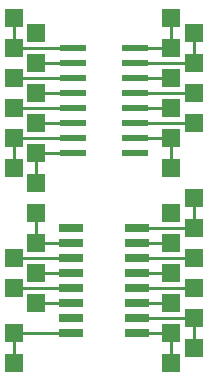
<source format=gbr>
G04 DesignSpark PCB Gerber Version 9.0 Build 5115 *
G04 #@! TF.Part,Single*
G04 #@! TF.FileFunction,Copper,L1,Top *
G04 #@! TF.FilePolarity,Positive *
%FSLAX35Y35*%
%MOIN*%
G04 #@! TA.AperFunction,ComponentPad*
%ADD13R,0.06000X0.06000*%
G04 #@! TD.AperFunction*
%ADD10C,0.01000*%
G04 #@! TA.AperFunction,SMDPad,CuDef*
%ADD12R,0.08660X0.02360*%
%ADD11R,0.08000X0.02500*%
X0Y0D02*
D02*
D10*
X20250Y19996D02*
Y29996D01*
X39250*
X20250Y94996D02*
Y84996D01*
Y124996D02*
Y134996D01*
X27750Y59996D02*
Y69996D01*
Y89996D02*
Y79996D01*
X39250Y39996D02*
X27750D01*
X39250Y44996D02*
X20250D01*
X39250Y49996D02*
X27750D01*
X39250Y54996D02*
X20250D01*
X39250Y59996D02*
X27750D01*
X40014Y89996D02*
X27750D01*
X40014Y94996D02*
X20250D01*
X40014Y99996D02*
X27750D01*
X40014Y104996D02*
X20250D01*
X40014Y109996D02*
X27750D01*
X40014Y114996D02*
X20250D01*
X40014Y119996D02*
X27750D01*
X40014Y124996D02*
X20250D01*
X60486Y94996D02*
X72750D01*
X60486Y99996D02*
X80250D01*
X60486Y104996D02*
X72750D01*
X60486Y109996D02*
X80250D01*
X60486Y114996D02*
X72750D01*
X60486Y119996D02*
X80250D01*
X61250Y29996D02*
X72750D01*
X61250Y34996D02*
X80250D01*
X61250Y39996D02*
X72750D01*
X61250Y44996D02*
X80250D01*
X61250Y49996D02*
X72750D01*
X61250Y54996D02*
X80250D01*
X61250Y59996D02*
X72750D01*
X61250Y64996D02*
X80250D01*
X72750Y29996D02*
Y19996D01*
Y84996D02*
Y94996D01*
Y124996D02*
X60486D01*
X72750D02*
Y134996D01*
X80250Y34996D02*
Y24996D01*
Y74996D02*
Y64996D01*
Y129996D02*
Y119996D01*
D02*
D11*
X39250Y29996D03*
Y34996D03*
Y39996D03*
Y44996D03*
Y49996D03*
Y54996D03*
Y59996D03*
Y64996D03*
X61250Y29996D03*
Y34996D03*
Y39996D03*
Y44996D03*
Y49996D03*
Y54996D03*
Y59996D03*
Y64996D03*
D02*
D12*
X40014Y89996D03*
Y94996D03*
Y99996D03*
Y104996D03*
Y109996D03*
Y114996D03*
Y119996D03*
Y124996D03*
X60486Y89996D03*
Y94996D03*
Y99996D03*
Y104996D03*
Y109996D03*
Y114996D03*
Y119996D03*
Y124996D03*
D02*
D13*
X20250Y19996D03*
Y29996D03*
Y44996D03*
Y54996D03*
Y84996D03*
Y94996D03*
Y104996D03*
Y114996D03*
Y124996D03*
Y134996D03*
X27750Y39996D03*
Y49996D03*
Y59996D03*
Y69996D03*
Y79996D03*
Y89996D03*
Y99996D03*
Y109996D03*
Y119996D03*
Y129996D03*
X72750Y19996D03*
Y29996D03*
Y39996D03*
Y49996D03*
Y59996D03*
Y69996D03*
Y84996D03*
Y94996D03*
Y104996D03*
Y114996D03*
Y124996D03*
Y134996D03*
X80250Y24996D03*
Y34996D03*
Y44996D03*
Y54996D03*
Y64996D03*
Y74996D03*
Y99996D03*
Y109996D03*
Y119996D03*
Y129996D03*
X0Y0D02*
M02*

</source>
